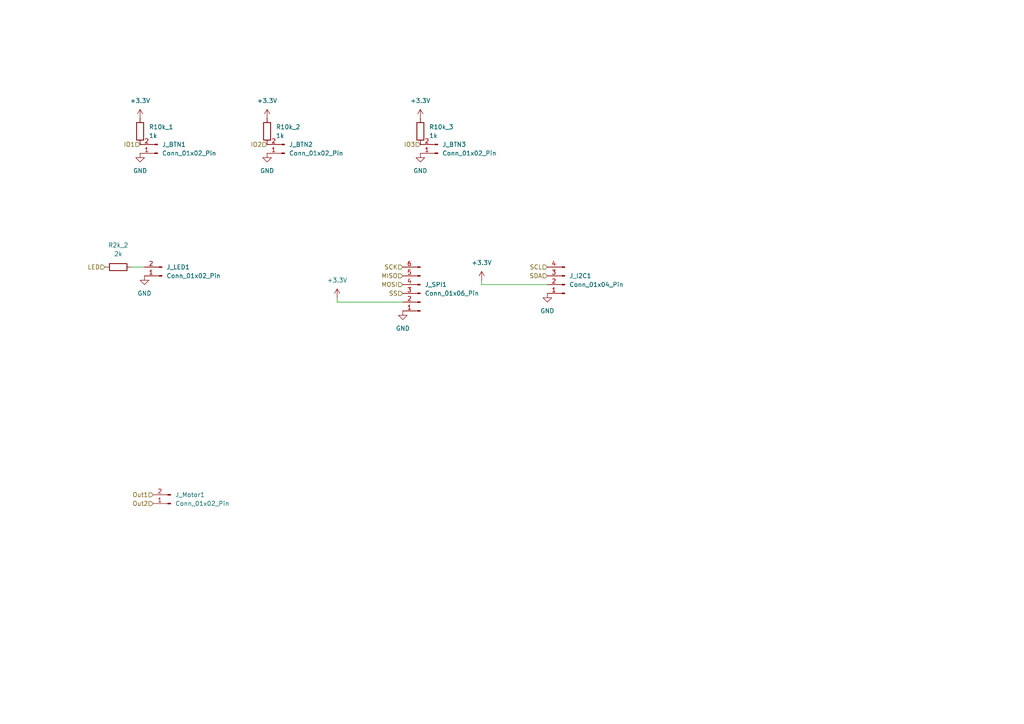
<source format=kicad_sch>
(kicad_sch (version 20230121) (generator eeschema)
  (paper "A4")
  (lib_symbols
    (symbol "Connector:Conn_01x02_Pin" (pin_names (offset 1.016) hide)
      (property "Reference" "J" (at 0 2.54 0))
      (property "Value" "Conn_01x02_Pin" (at 0 -5.08 0))
      (symbol "Conn_01x02_Pin_1_1"
        (polyline (pts (xy 1.27 -2.54) (xy 0.8636 -2.54)) (stroke (width 0.1524)))
        (polyline (pts (xy 1.27 0) (xy 0.8636 0)) (stroke (width 0.1524)))
        (rectangle (start 0.8636 -2.413) (end 0 -2.667) (stroke (width 0.1524)) (fill (type outline)))
        (rectangle (start 0.8636 0.127) (end 0 -0.127) (stroke (width 0.1524)) (fill (type outline)))
        (pin passive line (at 5.08 0 180) (length 3.81) (name "Pin_1") (number "1"))
        (pin passive line (at 5.08 -2.54 180) (length 3.81) (name "Pin_2") (number "2"))
      )
    )
    (symbol "Connector:Conn_01x04_Pin" (pin_names (offset 1.016) hide)
      (property "Reference" "J" (at 0 5.08 0))
      (property "Value" "Conn_01x04_Pin" (at 0 -7.62 0))
      (symbol "Conn_01x04_Pin_1_1"
        (polyline (pts (xy 1.27 -5.08) (xy 0.8636 -5.08)) (stroke (width 0.1524)))
        (polyline (pts (xy 1.27 -2.54) (xy 0.8636 -2.54)) (stroke (width 0.1524)))
        (polyline (pts (xy 1.27 0) (xy 0.8636 0)) (stroke (width 0.1524)))
        (polyline (pts (xy 1.27 2.54) (xy 0.8636 2.54)) (stroke (width 0.1524)))
        (rectangle (start 0.8636 -4.953) (end 0 -5.207) (stroke (width 0.1524)) (fill (type outline)))
        (rectangle (start 0.8636 -2.413) (end 0 -2.667) (stroke (width 0.1524)) (fill (type outline)))
        (rectangle (start 0.8636 0.127) (end 0 -0.127) (stroke (width 0.1524)) (fill (type outline)))
        (rectangle (start 0.8636 2.667) (end 0 2.413) (stroke (width 0.1524)) (fill (type outline)))
        (pin passive line (at 5.08 2.54 180) (length 3.81) (name "Pin_1") (number "1"))
        (pin passive line (at 5.08 0 180) (length 3.81) (name "Pin_2") (number "2"))
        (pin passive line (at 5.08 -2.54 180) (length 3.81) (name "Pin_3") (number "3"))
        (pin passive line (at 5.08 -5.08 180) (length 3.81) (name "Pin_4") (number "4"))
      )
    )
    (symbol "Connector:Conn_01x06_Pin" (pin_names (offset 1.016) hide)
      (property "Reference" "J" (at 0 7.62 0))
      (property "Value" "Conn_01x06_Pin" (at 0 -10.16 0))
      (symbol "Conn_01x06_Pin_1_1"
        (polyline (pts (xy 1.27 -7.62) (xy 0.8636 -7.62)) (stroke (width 0.1524)))
        (polyline (pts (xy 1.27 -5.08) (xy 0.8636 -5.08)) (stroke (width 0.1524)))
        (polyline (pts (xy 1.27 -2.54) (xy 0.8636 -2.54)) (stroke (width 0.1524)))
        (polyline (pts (xy 1.27 0) (xy 0.8636 0)) (stroke (width 0.1524)))
        (polyline (pts (xy 1.27 2.54) (xy 0.8636 2.54)) (stroke (width 0.1524)))
        (polyline (pts (xy 1.27 5.08) (xy 0.8636 5.08)) (stroke (width 0.1524)))
        (rectangle (start 0.8636 -7.493) (end 0 -7.747) (stroke (width 0.1524)) (fill (type outline)))
        (rectangle (start 0.8636 -4.953) (end 0 -5.207) (stroke (width 0.1524)) (fill (type outline)))
        (rectangle (start 0.8636 -2.413) (end 0 -2.667) (stroke (width 0.1524)) (fill (type outline)))
        (rectangle (start 0.8636 0.127) (end 0 -0.127) (stroke (width 0.1524)) (fill (type outline)))
        (rectangle (start 0.8636 2.667) (end 0 2.413) (stroke (width 0.1524)) (fill (type outline)))
        (rectangle (start 0.8636 5.207) (end 0 4.953) (stroke (width 0.1524)) (fill (type outline)))
        (pin passive line (at 5.08 5.08 180) (length 3.81) (name "Pin_1") (number "1"))
        (pin passive line (at 5.08 2.54 180) (length 3.81) (name "Pin_2") (number "2"))
        (pin passive line (at 5.08 0 180) (length 3.81) (name "Pin_3") (number "3"))
        (pin passive line (at 5.08 -2.54 180) (length 3.81) (name "Pin_4") (number "4"))
        (pin passive line (at 5.08 -5.08 180) (length 3.81) (name "Pin_5") (number "5"))
        (pin passive line (at 5.08 -7.62 180) (length 3.81) (name "Pin_6") (number "6"))
      )
    )
    (symbol "Device:R" (pin_numbers hide) (pin_names (offset 0))
      (property "Reference" "R" (at 2.032 0 90))
      (property "Value" "R" (at 0 0 90))
      (symbol "R_0_1"
        (rectangle (start -1.016 -2.54) (end 1.016 2.54) (stroke (width 0.254)))
      )
      (symbol "R_1_1"
        (pin passive line (at 0 3.81 270) (length 1.27) (name "~") (number "1"))
        (pin passive line (at 0 -3.81 90) (length 1.27) (name "~") (number "2"))
      )
    )
    (symbol "power:+3.3V" (power) (pin_names (offset 0))
      (property "Value" "+3.3V" (at 0 3.556 0))
      (symbol "+3.3V_0_1"
        (polyline (pts (xy -0.762 1.27) (xy 0 2.54)))
        (polyline (pts (xy 0 0) (xy 0 2.54)))
        (polyline (pts (xy 0 2.54) (xy 0.762 1.27)))
      )
      (symbol "+3.3V_1_1"
        (pin power_in line (at 0 0 90) (length 0) hide (name "+3.3V") (number "1"))
      )
    )
    (symbol "power:GND" (power) (pin_names (offset 0))
      (property "Value" "GND" (at 0 -3.81 0))
      (symbol "GND_0_1"
        (polyline (pts (xy 0 0) (xy 0 -1.27) (xy 1.27 -1.27) (xy 0 -2.54) (xy -1.27 -1.27) (xy 0 -1.27)))
      )
      (symbol "GND_1_1"
        (pin power_in line (at 0 0 270) (length 0) hide (name "GND") (number "1"))
      )
    )
  )
  (wire (pts (xy 139.7 81.28) (xy 139.7 82.55)))
  (wire (pts (xy 97.79 86.36) (xy 97.79 87.63)))
  (wire (pts (xy 139.7 82.55) (xy 158.75 82.55)))
  (wire (pts (xy 38.1 77.47) (xy 41.91 77.47)))
  (wire (pts (xy 97.79 87.63) (xy 116.84 87.63)))
  (hierarchical_label "MOSI" (shape input) (at 116.84 82.55 180))
  (hierarchical_label "IO1" (shape input) (at 40.64 41.91 180))
  (hierarchical_label "SCL" (shape input) (at 158.75 77.47 180))
  (hierarchical_label "IO3" (shape input) (at 121.92 41.91 180))
  (hierarchical_label "Out2" (shape input) (at 44.45 146.05 180))
  (hierarchical_label "SCK" (shape input) (at 116.84 77.47 180))
  (hierarchical_label "SS" (shape input) (at 116.84 85.09 180))
  (hierarchical_label "SDA" (shape input) (at 158.75 80.01 180))
  (hierarchical_label "LED" (shape input) (at 30.48 77.47 180))
  (hierarchical_label "Out1" (shape input) (at 44.45 143.51 180))
  (hierarchical_label "MISO" (shape input) (at 116.84 80.01 180))
  (hierarchical_label "IO2" (shape input) (at 77.47 41.91 180))
  (symbol (lib_id "Connector:Conn_01x02_Pin") (at 46.99 80.01 180) (unit 1)
    (property "Reference" "J_LED1" (at 48.26 77.47 0) (effects (justify right)))
    (property "Value" "Conn_01x02_Pin" (at 48.26 80.01 0) (effects (justify right)))
    (property "Footprint" "Connector_JST:JST_XH_B2B-XH-A_1x02_P2.50mm_Vertical" (effects hide))
    (instances (project "GateControl" (path "" (reference "J_LED1") (unit 1))) (project "PicoBreakout" (path "" (reference "J3") (unit 1))))
  )
  (symbol (lib_id "power:+3.3V") (at 121.92 34.29 0) (unit 1)
    (property "Reference" "#PWR044" (effects hide))
    (property "Value" "+3.3V" (at 121.92 29.21 0))
  )
  (symbol (lib_id "power:+3.3V") (at 97.79 86.36 0) (unit 1)
    (property "Reference" "#PWR046" (effects hide))
    (property "Value" "+3.3V" (at 97.79 81.28 0))
  )
  (symbol (lib_id "Connector:Conn_01x02_Pin") (at 82.55 44.45 180) (unit 1)
    (property "Reference" "J_BTN2" (at 83.82 41.91 0) (effects (justify right)))
    (property "Value" "Conn_01x02_Pin" (at 83.82 44.45 0) (effects (justify right)))
    (property "Footprint" "Connector_JST:JST_XH_B2B-XH-A_1x02_P2.50mm_Vertical" (effects hide))
    (instances (project "GateControl" (path "" (reference "J_BTN2") (unit 1))) (project "PicoBreakout" (path "" (reference "J3") (unit 1))))
  )
  (symbol (lib_id "Device:R") (at 77.47 38.1 0) (unit 1)
    (property "Reference" "R10k_2" (at 80.01 36.83 0) (effects (justify left)))
    (property "Value" "1k" (at 80.01 39.37 0) (effects (justify left)))
    (property "Footprint" "Resistor_THT:R_Axial_DIN0207_L6.3mm_D2.5mm_P7.62mm_Horizontal" (effects hide))
    (instances (project "GateControl" (path "" (reference "R10k_2") (unit 1))) (project "PicoBreakout" (path "" (reference "R1_1k1") (unit 1))))
  )
  (symbol (lib_id "power:GND") (at 158.75 85.09 0) (unit 1)
    (property "Reference" "#PWR047" (effects hide))
    (property "Value" "GND" (at 158.75 90.17 0))
  )
  (symbol (lib_id "power:GND") (at 121.92 44.45 0) (unit 1)
    (property "Reference" "#PWR027" (effects hide))
    (property "Value" "GND" (at 121.92 49.53 0))
  )
  (symbol (lib_id "power:GND") (at 116.84 90.17 0) (unit 1)
    (property "Reference" "#PWR045" (effects hide))
    (property "Value" "GND" (at 116.84 95.25 0))
  )
  (symbol (lib_id "Device:R") (at 40.64 38.1 0) (unit 1)
    (property "Reference" "R10k_1" (at 43.18 36.83 0) (effects (justify left)))
    (property "Value" "1k" (at 43.18 39.37 0) (effects (justify left)))
    (property "Footprint" "Resistor_THT:R_Axial_DIN0207_L6.3mm_D2.5mm_P7.62mm_Horizontal" (effects hide))
    (instances (project "GateControl" (path "" (reference "R10k_1") (unit 1))) (project "PicoBreakout" (path "" (reference "R1_1k1") (unit 1))))
  )
  (symbol (lib_id "Device:R") (at 121.92 38.1 0) (unit 1)
    (property "Reference" "R10k_3" (at 124.46 36.83 0) (effects (justify left)))
    (property "Value" "1k" (at 124.46 39.37 0) (effects (justify left)))
    (property "Footprint" "Resistor_THT:R_Axial_DIN0207_L6.3mm_D2.5mm_P7.62mm_Horizontal" (effects hide))
    (instances (project "GateControl" (path "" (reference "R10k_3") (unit 1))) (project "PicoBreakout" (path "" (reference "R1_1k1") (unit 1))))
  )
  (symbol (lib_id "power:+3.3V") (at 40.64 34.29 0) (unit 1)
    (property "Reference" "#PWR029" (effects hide))
    (property "Value" "+3.3V" (at 40.64 29.21 0))
  )
  (symbol (lib_id "power:+3.3V") (at 139.7 81.28 0) (unit 1)
    (property "Reference" "#PWR048" (effects hide))
    (property "Value" "+3.3V" (at 139.7 76.2 0))
  )
  (symbol (lib_id "Connector:Conn_01x02_Pin") (at 45.72 44.45 180) (unit 1)
    (property "Reference" "J_BTN1" (at 46.99 41.91 0) (effects (justify right)))
    (property "Value" "Conn_01x02_Pin" (at 46.99 44.45 0) (effects (justify right)))
    (property "Footprint" "Connector_JST:JST_XH_B2B-XH-A_1x02_P2.50mm_Vertical" (effects hide))
    (instances (project "GateControl" (path "" (reference "J_BTN1") (unit 1))) (project "PicoBreakout" (path "" (reference "J3") (unit 1))))
  )
  (symbol (lib_id "Connector:Conn_01x02_Pin") (at 127 44.45 180) (unit 1)
    (property "Reference" "J_BTN3" (at 128.27 41.91 0) (effects (justify right)))
    (property "Value" "Conn_01x02_Pin" (at 128.27 44.45 0) (effects (justify right)))
    (property "Footprint" "Connector_JST:JST_XH_B2B-XH-A_1x02_P2.50mm_Vertical" (effects hide))
    (instances (project "GateControl" (path "" (reference "J_BTN3") (unit 1))) (project "PicoBreakout" (path "" (reference "J3") (unit 1))))
  )
  (symbol (lib_id "power:+3.3V") (at 77.47 34.29 0) (unit 1)
    (property "Reference" "#PWR030" (effects hide))
    (property "Value" "+3.3V" (at 77.47 29.21 0))
  )
  (symbol (lib_id "power:GND") (at 40.64 44.45 0) (unit 1)
    (property "Reference" "#PWR020" (effects hide))
    (property "Value" "GND" (at 40.64 49.53 0))
  )
  (symbol (lib_id "power:GND") (at 41.91 80.01 0) (unit 1)
    (property "Reference" "#PWR028" (effects hide))
    (property "Value" "GND" (at 41.91 85.09 0))
  )
  (symbol (lib_id "Connector:Conn_01x02_Pin") (at 49.53 146.05 180) (unit 1)
    (property "Reference" "J_Motor1" (at 50.8 143.51 0) (effects (justify right)))
    (property "Value" "Conn_01x02_Pin" (at 50.8 146.05 0) (effects (justify right)))
    (property "Footprint" "Connector_JST:JST_XH_B2B-XH-A_1x02_P2.50mm_Vertical" (effects hide))
    (instances (project "GateControl" (path "" (reference "J_Motor1") (unit 1))) (project "PicoBreakout" (path "" (reference "J3") (unit 1))))
  )
  (symbol (lib_id "power:GND") (at 77.47 44.45 0) (unit 1)
    (property "Reference" "#PWR026" (effects hide))
    (property "Value" "GND" (at 77.47 49.53 0))
  )
  (symbol (lib_id "Connector:Conn_01x04_Pin") (at 163.83 82.55 180) (unit 1)
    (property "Reference" "J_I2C1" (at 165.1 80.01 0) (effects (justify right)))
    (property "Value" "Conn_01x04_Pin" (at 165.1 82.55 0) (effects (justify right)))
    (property "Footprint" "Connector_JST:JST_XH_B4B-XH-A_1x04_P2.50mm_Vertical" (effects hide))
  )
  (symbol (lib_id "Device:R") (at 34.29 77.47 90) (unit 1)
    (property "Reference" "R2k_2" (at 34.29 71.12 90))
    (property "Value" "2k" (at 34.29 73.66 90))
    (property "Footprint" "Resistor_THT:R_Axial_DIN0207_L6.3mm_D2.5mm_P7.62mm_Horizontal" (effects hide))
    (instances (project "GateControl" (path "" (reference "R2k_2") (unit 1))) (project "PicoBreakout" (path "" (reference "R2_2k1") (unit 1))))
  )
  (symbol (lib_id "Connector:Conn_01x06_Pin") (at 121.92 85.09 180) (unit 1)
    (property "Reference" "J_SPI1" (at 123.19 82.55 0) (effects (justify right)))
    (property "Value" "Conn_01x06_Pin" (at 123.19 85.09 0) (effects (justify right)))
    (property "Footprint" "Connector_JST:JST_XH_B6B-XH-A_1x06_P2.50mm_Vertical" (effects hide))
  )
)
</source>
